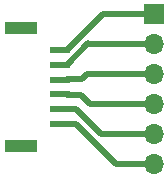
<source format=gbr>
G04 #@! TF.GenerationSoftware,KiCad,Pcbnew,(5.0.0)*
G04 #@! TF.CreationDate,2019-01-08T23:43:22-05:00*
G04 #@! TF.ProjectId,JST Breakout,4A535420427265616B6F75742E6B6963,rev?*
G04 #@! TF.SameCoordinates,Original*
G04 #@! TF.FileFunction,Copper,L1,Top,Signal*
G04 #@! TF.FilePolarity,Positive*
%FSLAX46Y46*%
G04 Gerber Fmt 4.6, Leading zero omitted, Abs format (unit mm)*
G04 Created by KiCad (PCBNEW (5.0.0)) date 01/08/19 23:43:22*
%MOMM*%
%LPD*%
G01*
G04 APERTURE LIST*
G04 #@! TA.AperFunction,ComponentPad*
%ADD10R,1.700000X1.700000*%
G04 #@! TD*
G04 #@! TA.AperFunction,ComponentPad*
%ADD11O,1.700000X1.700000*%
G04 #@! TD*
G04 #@! TA.AperFunction,SMDPad,CuDef*
%ADD12R,1.700000X0.600000*%
G04 #@! TD*
G04 #@! TA.AperFunction,SMDPad,CuDef*
%ADD13R,2.800000X1.000000*%
G04 #@! TD*
G04 #@! TA.AperFunction,Conductor*
%ADD14C,0.500000*%
G04 #@! TD*
G04 APERTURE END LIST*
D10*
G04 #@! TO.P,J2,1*
G04 #@! TO.N,Net-(J1-Pad6)*
X113686601Y-81809601D03*
D11*
G04 #@! TO.P,J2,2*
G04 #@! TO.N,Net-(J1-Pad5)*
X113686601Y-84349601D03*
G04 #@! TO.P,J2,3*
G04 #@! TO.N,Net-(J1-Pad4)*
X113686601Y-86889601D03*
G04 #@! TO.P,J2,4*
G04 #@! TO.N,Net-(J1-Pad3)*
X113686601Y-89429601D03*
G04 #@! TO.P,J2,5*
G04 #@! TO.N,Net-(J1-Pad2)*
X113686601Y-91969601D03*
G04 #@! TO.P,J2,6*
G04 #@! TO.N,Net-(J1-Pad1)*
X113686601Y-94509601D03*
G04 #@! TD*
D12*
G04 #@! TO.P,J1,1*
G04 #@! TO.N,Net-(J1-Pad1)*
X105740200Y-91131400D03*
G04 #@! TO.P,J1,2*
G04 #@! TO.N,Net-(J1-Pad2)*
X105740200Y-89881400D03*
G04 #@! TO.P,J1,3*
G04 #@! TO.N,Net-(J1-Pad3)*
X105740200Y-88631400D03*
G04 #@! TO.P,J1,4*
G04 #@! TO.N,Net-(J1-Pad4)*
X105740200Y-87381400D03*
G04 #@! TO.P,J1,5*
G04 #@! TO.N,Net-(J1-Pad5)*
X105740200Y-86131400D03*
G04 #@! TO.P,J1,6*
G04 #@! TO.N,Net-(J1-Pad6)*
X105740200Y-84881400D03*
D13*
G04 #@! TO.P,J1,MP*
G04 #@! TO.N,N/C*
X102390200Y-92981400D03*
X102390200Y-83031400D03*
G04 #@! TD*
D14*
G04 #@! TO.N,Net-(J1-Pad1)*
X112484520Y-94509601D02*
X113686601Y-94509601D01*
X110468401Y-94509601D02*
X112484520Y-94509601D01*
X107090200Y-91131400D02*
X110468401Y-94509601D01*
X105740200Y-91131400D02*
X107090200Y-91131400D01*
G04 #@! TO.N,Net-(J1-Pad2)*
X112484520Y-91969601D02*
X113686601Y-91969601D01*
X109178401Y-91969601D02*
X112484520Y-91969601D01*
X107090200Y-89881400D02*
X109178401Y-91969601D01*
X105740200Y-89881400D02*
X107090200Y-89881400D01*
G04 #@! TO.N,Net-(J1-Pad3)*
X106290200Y-88631400D02*
X106330200Y-88671400D01*
X105740200Y-88631400D02*
X106290200Y-88631400D01*
X106330200Y-88671400D02*
X107518200Y-88671400D01*
X108276401Y-89429601D02*
X113686601Y-89429601D01*
X107518200Y-88671400D02*
X108276401Y-89429601D01*
G04 #@! TO.N,Net-(J1-Pad4)*
X106290200Y-87381400D02*
X106321000Y-87350600D01*
X105740200Y-87381400D02*
X106290200Y-87381400D01*
X106321000Y-87350600D02*
X107569000Y-87350600D01*
X108029999Y-86889601D02*
X113686601Y-86889601D01*
X107569000Y-87350600D02*
X108029999Y-86889601D01*
G04 #@! TO.N,Net-(J1-Pad5)*
X106290200Y-86131400D02*
X108093600Y-84328000D01*
X105740200Y-86131400D02*
X106290200Y-86131400D01*
X108115201Y-84349601D02*
X113686601Y-84349601D01*
X108093600Y-84328000D02*
X108115201Y-84349601D01*
G04 #@! TO.N,Net-(J1-Pad6)*
X109361999Y-81809601D02*
X113686601Y-81809601D01*
X105740200Y-84881400D02*
X106290200Y-84881400D01*
X106290200Y-84881400D02*
X109361999Y-81809601D01*
G04 #@! TD*
M02*

</source>
